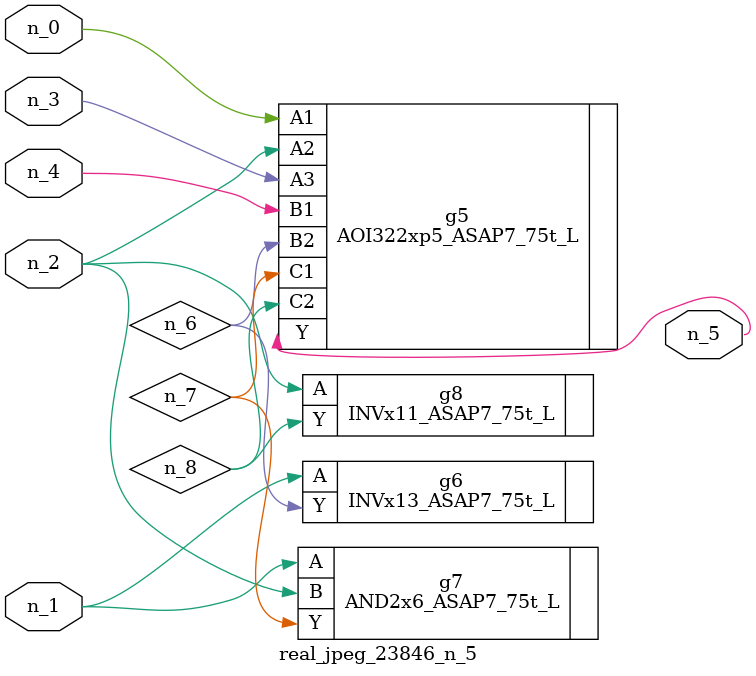
<source format=v>
module real_jpeg_23846_n_5 (n_4, n_0, n_1, n_2, n_3, n_5);

input n_4;
input n_0;
input n_1;
input n_2;
input n_3;

output n_5;

wire n_8;
wire n_6;
wire n_7;

AOI322xp5_ASAP7_75t_L g5 ( 
.A1(n_0),
.A2(n_2),
.A3(n_3),
.B1(n_4),
.B2(n_6),
.C1(n_7),
.C2(n_8),
.Y(n_5)
);

INVx13_ASAP7_75t_L g6 ( 
.A(n_1),
.Y(n_6)
);

AND2x6_ASAP7_75t_L g7 ( 
.A(n_1),
.B(n_2),
.Y(n_7)
);

INVx11_ASAP7_75t_L g8 ( 
.A(n_2),
.Y(n_8)
);


endmodule
</source>
